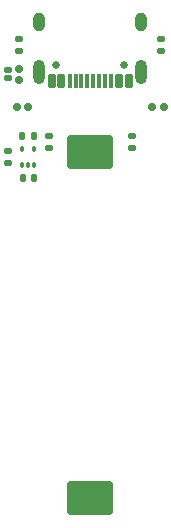
<source format=gbr>
%TF.GenerationSoftware,KiCad,Pcbnew,(5.99.0-13283-gf5fc9fa11f)*%
%TF.CreationDate,2021-11-15T23:55:47+03:00*%
%TF.ProjectId,LIR2032_Battery_Charger,4c495232-3033-4325-9f42-617474657279,rev?*%
%TF.SameCoordinates,PX8f0d180PY5f5e100*%
%TF.FileFunction,Soldermask,Top*%
%TF.FilePolarity,Negative*%
%FSLAX46Y46*%
G04 Gerber Fmt 4.6, Leading zero omitted, Abs format (unit mm)*
G04 Created by KiCad (PCBNEW (5.99.0-13283-gf5fc9fa11f)) date 2021-11-15 23:55:47*
%MOMM*%
%LPD*%
G01*
G04 APERTURE LIST*
G04 Aperture macros list*
%AMRoundRect*
0 Rectangle with rounded corners*
0 $1 Rounding radius*
0 $2 $3 $4 $5 $6 $7 $8 $9 X,Y pos of 4 corners*
0 Add a 4 corners polygon primitive as box body*
4,1,4,$2,$3,$4,$5,$6,$7,$8,$9,$2,$3,0*
0 Add four circle primitives for the rounded corners*
1,1,$1+$1,$2,$3*
1,1,$1+$1,$4,$5*
1,1,$1+$1,$6,$7*
1,1,$1+$1,$8,$9*
0 Add four rect primitives between the rounded corners*
20,1,$1+$1,$2,$3,$4,$5,0*
20,1,$1+$1,$4,$5,$6,$7,0*
20,1,$1+$1,$6,$7,$8,$9,0*
20,1,$1+$1,$8,$9,$2,$3,0*%
G04 Aperture macros list end*
%ADD10RoundRect,0.125000X0.175000X-0.125000X0.175000X0.125000X-0.175000X0.125000X-0.175000X-0.125000X0*%
%ADD11RoundRect,0.075000X0.075000X-0.150000X0.075000X0.150000X-0.075000X0.150000X-0.075000X-0.150000X0*%
%ADD12RoundRect,0.135000X-0.135000X-0.185000X0.135000X-0.185000X0.135000X0.185000X-0.135000X0.185000X0*%
%ADD13RoundRect,0.135000X-0.185000X0.135000X-0.185000X-0.135000X0.185000X-0.135000X0.185000X0.135000X0*%
%ADD14RoundRect,0.135000X0.185000X-0.135000X0.185000X0.135000X-0.185000X0.135000X-0.185000X-0.135000X0*%
%ADD15C,0.650000*%
%ADD16RoundRect,0.150000X0.150000X0.475000X-0.150000X0.475000X-0.150000X-0.475000X0.150000X-0.475000X0*%
%ADD17RoundRect,0.075000X0.075000X0.550000X-0.075000X0.550000X-0.075000X-0.550000X0.075000X-0.550000X0*%
%ADD18O,1.000000X1.600000*%
%ADD19O,1.000000X2.100000*%
%ADD20RoundRect,0.150000X-0.150000X0.150000X-0.150000X-0.150000X0.150000X-0.150000X0.150000X0.150000X0*%
%ADD21RoundRect,0.150000X-0.150000X-0.150000X0.150000X-0.150000X0.150000X0.150000X-0.150000X0.150000X0*%
%ADD22RoundRect,0.150000X0.150000X0.150000X-0.150000X0.150000X-0.150000X-0.150000X0.150000X-0.150000X0*%
%ADD23RoundRect,0.140000X-0.140000X-0.160000X0.140000X-0.160000X0.140000X0.160000X-0.140000X0.160000X0*%
%ADD24RoundRect,0.140000X-0.160000X0.140000X-0.160000X-0.140000X0.160000X-0.140000X0.160000X0.140000X0*%
%ADD25RoundRect,0.290000X1.660000X-1.160000X1.660000X1.160000X-1.660000X1.160000X-1.660000X-1.160000X0*%
G04 APERTURE END LIST*
D10*
X1000000Y37650000D03*
X1000000Y38350000D03*
D11*
X2250000Y30300000D03*
X2750000Y30300000D03*
X3250000Y30300000D03*
X3250000Y31700000D03*
X2250000Y31700000D03*
D12*
X2240000Y32750000D03*
X3260000Y32750000D03*
D13*
X11500000Y32760000D03*
X11500000Y31740000D03*
X4500000Y32760000D03*
X4500000Y31740000D03*
D14*
X2000000Y40000000D03*
X2000000Y41020000D03*
X14000000Y39990000D03*
X14000000Y41010000D03*
D15*
X5110000Y38750000D03*
X10890000Y38750000D03*
D16*
X11250000Y37400000D03*
X10450000Y37400000D03*
D17*
X9250000Y37400000D03*
X8250000Y37400000D03*
X7750000Y37400000D03*
X6750000Y37400000D03*
D16*
X4750000Y37400000D03*
X5550000Y37400000D03*
D17*
X6250000Y37400000D03*
X7250000Y37400000D03*
X8750000Y37400000D03*
X9750000Y37400000D03*
D18*
X12320000Y42400000D03*
D19*
X3680000Y38220000D03*
X12320000Y38220000D03*
D18*
X3680000Y42400000D03*
D20*
X2000000Y38485000D03*
X2000000Y37515000D03*
D21*
X13265000Y35250000D03*
X14235000Y35250000D03*
D22*
X2735000Y35250000D03*
X1765000Y35250000D03*
D23*
X2270000Y29250000D03*
X3230000Y29250000D03*
D24*
X1000000Y31480000D03*
X1000000Y30520000D03*
D25*
X8000000Y2100000D03*
X8000000Y31400000D03*
M02*

</source>
